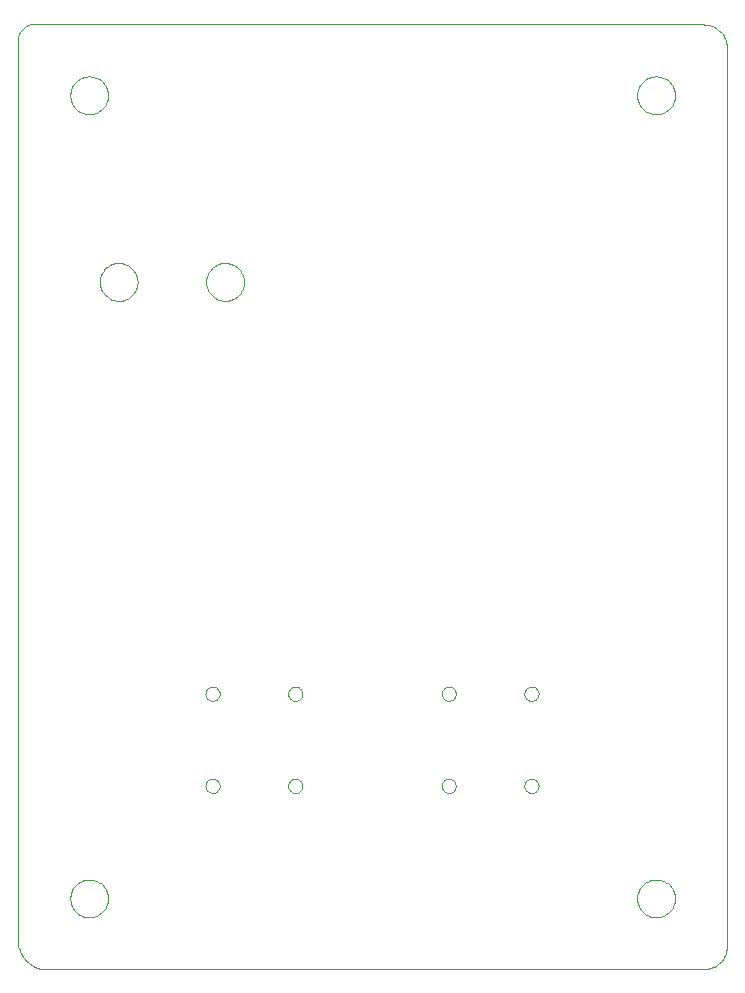
<source format=gbp>
G75*
G70*
%OFA0B0*%
%FSLAX24Y24*%
%IPPOS*%
%LPD*%
%AMOC8*
5,1,8,0,0,1.08239X$1,22.5*
%
%ADD10C,0.0000*%
D10*
X015719Y008027D02*
X015719Y037948D01*
X015736Y037993D01*
X015757Y038038D01*
X015781Y038080D01*
X015809Y038120D01*
X015839Y038159D01*
X015873Y038194D01*
X015909Y038227D01*
X015947Y038257D01*
X015988Y038284D01*
X016031Y038307D01*
X016075Y038327D01*
X016121Y038344D01*
X016168Y038357D01*
X016216Y038366D01*
X016265Y038371D01*
X016314Y038373D01*
X016363Y038371D01*
X016411Y038365D01*
X016459Y038355D01*
X016506Y038341D01*
X016506Y038342D02*
X038553Y038342D01*
X038553Y038341D02*
X038607Y038339D01*
X038660Y038334D01*
X038713Y038325D01*
X038765Y038312D01*
X038817Y038296D01*
X038867Y038276D01*
X038915Y038253D01*
X038962Y038226D01*
X039007Y038197D01*
X039050Y038164D01*
X039090Y038129D01*
X039128Y038091D01*
X039163Y038051D01*
X039196Y038008D01*
X039225Y037963D01*
X039252Y037916D01*
X039275Y037868D01*
X039295Y037818D01*
X039311Y037766D01*
X039324Y037714D01*
X039333Y037661D01*
X039338Y037608D01*
X039340Y037554D01*
X039341Y037554D02*
X039341Y007633D01*
X039340Y007633D02*
X039338Y007579D01*
X039333Y007526D01*
X039324Y007473D01*
X039311Y007421D01*
X039295Y007369D01*
X039275Y007319D01*
X039252Y007271D01*
X039225Y007224D01*
X039196Y007179D01*
X039163Y007136D01*
X039128Y007096D01*
X039090Y007058D01*
X039050Y007023D01*
X039007Y006990D01*
X038962Y006961D01*
X038915Y006934D01*
X038867Y006911D01*
X038817Y006891D01*
X038765Y006875D01*
X038713Y006862D01*
X038660Y006853D01*
X038607Y006848D01*
X038553Y006846D01*
X016506Y006846D01*
X016506Y006845D02*
X016447Y006859D01*
X016389Y006876D01*
X016332Y006897D01*
X016276Y006921D01*
X016222Y006949D01*
X016170Y006979D01*
X016119Y007013D01*
X016071Y007050D01*
X016025Y007089D01*
X015982Y007132D01*
X015941Y007176D01*
X015903Y007224D01*
X015868Y007273D01*
X015836Y007325D01*
X015807Y007378D01*
X015781Y007433D01*
X015759Y007489D01*
X015740Y007547D01*
X015724Y007606D01*
X015713Y007665D01*
X015704Y007725D01*
X015700Y007786D01*
X015699Y007846D01*
X015702Y007907D01*
X015708Y007967D01*
X015718Y008027D01*
X017451Y009208D02*
X017453Y009258D01*
X017459Y009308D01*
X017469Y009357D01*
X017483Y009405D01*
X017500Y009452D01*
X017521Y009497D01*
X017546Y009541D01*
X017574Y009582D01*
X017606Y009621D01*
X017640Y009658D01*
X017677Y009692D01*
X017717Y009722D01*
X017759Y009749D01*
X017803Y009773D01*
X017849Y009794D01*
X017896Y009810D01*
X017944Y009823D01*
X017994Y009832D01*
X018043Y009837D01*
X018094Y009838D01*
X018144Y009835D01*
X018193Y009828D01*
X018242Y009817D01*
X018290Y009802D01*
X018336Y009784D01*
X018381Y009762D01*
X018424Y009736D01*
X018465Y009707D01*
X018504Y009675D01*
X018540Y009640D01*
X018572Y009602D01*
X018602Y009562D01*
X018629Y009519D01*
X018652Y009475D01*
X018671Y009429D01*
X018687Y009381D01*
X018699Y009332D01*
X018707Y009283D01*
X018711Y009233D01*
X018711Y009183D01*
X018707Y009133D01*
X018699Y009084D01*
X018687Y009035D01*
X018671Y008987D01*
X018652Y008941D01*
X018629Y008897D01*
X018602Y008854D01*
X018572Y008814D01*
X018540Y008776D01*
X018504Y008741D01*
X018465Y008709D01*
X018424Y008680D01*
X018381Y008654D01*
X018336Y008632D01*
X018290Y008614D01*
X018242Y008599D01*
X018193Y008588D01*
X018144Y008581D01*
X018094Y008578D01*
X018043Y008579D01*
X017994Y008584D01*
X017944Y008593D01*
X017896Y008606D01*
X017849Y008622D01*
X017803Y008643D01*
X017759Y008667D01*
X017717Y008694D01*
X017677Y008724D01*
X017640Y008758D01*
X017606Y008795D01*
X017574Y008834D01*
X017546Y008875D01*
X017521Y008919D01*
X017500Y008964D01*
X017483Y009011D01*
X017469Y009059D01*
X017459Y009108D01*
X017453Y009158D01*
X017451Y009208D01*
X021957Y012960D02*
X021959Y012990D01*
X021965Y013020D01*
X021974Y013049D01*
X021987Y013076D01*
X022004Y013101D01*
X022023Y013124D01*
X022046Y013145D01*
X022071Y013162D01*
X022097Y013176D01*
X022126Y013186D01*
X022155Y013193D01*
X022185Y013196D01*
X022216Y013195D01*
X022246Y013190D01*
X022275Y013181D01*
X022302Y013169D01*
X022328Y013154D01*
X022352Y013135D01*
X022373Y013113D01*
X022391Y013089D01*
X022406Y013062D01*
X022417Y013034D01*
X022425Y013005D01*
X022429Y012975D01*
X022429Y012945D01*
X022425Y012915D01*
X022417Y012886D01*
X022406Y012858D01*
X022391Y012831D01*
X022373Y012807D01*
X022352Y012785D01*
X022328Y012766D01*
X022302Y012751D01*
X022275Y012739D01*
X022246Y012730D01*
X022216Y012725D01*
X022185Y012724D01*
X022155Y012727D01*
X022126Y012734D01*
X022097Y012744D01*
X022071Y012758D01*
X022046Y012775D01*
X022023Y012796D01*
X022004Y012819D01*
X021987Y012844D01*
X021974Y012871D01*
X021965Y012900D01*
X021959Y012930D01*
X021957Y012960D01*
X024713Y012960D02*
X024715Y012990D01*
X024721Y013020D01*
X024730Y013049D01*
X024743Y013076D01*
X024760Y013101D01*
X024779Y013124D01*
X024802Y013145D01*
X024827Y013162D01*
X024853Y013176D01*
X024882Y013186D01*
X024911Y013193D01*
X024941Y013196D01*
X024972Y013195D01*
X025002Y013190D01*
X025031Y013181D01*
X025058Y013169D01*
X025084Y013154D01*
X025108Y013135D01*
X025129Y013113D01*
X025147Y013089D01*
X025162Y013062D01*
X025173Y013034D01*
X025181Y013005D01*
X025185Y012975D01*
X025185Y012945D01*
X025181Y012915D01*
X025173Y012886D01*
X025162Y012858D01*
X025147Y012831D01*
X025129Y012807D01*
X025108Y012785D01*
X025084Y012766D01*
X025058Y012751D01*
X025031Y012739D01*
X025002Y012730D01*
X024972Y012725D01*
X024941Y012724D01*
X024911Y012727D01*
X024882Y012734D01*
X024853Y012744D01*
X024827Y012758D01*
X024802Y012775D01*
X024779Y012796D01*
X024760Y012819D01*
X024743Y012844D01*
X024730Y012871D01*
X024721Y012900D01*
X024715Y012930D01*
X024713Y012960D01*
X024713Y016031D02*
X024715Y016061D01*
X024721Y016091D01*
X024730Y016120D01*
X024743Y016147D01*
X024760Y016172D01*
X024779Y016195D01*
X024802Y016216D01*
X024827Y016233D01*
X024853Y016247D01*
X024882Y016257D01*
X024911Y016264D01*
X024941Y016267D01*
X024972Y016266D01*
X025002Y016261D01*
X025031Y016252D01*
X025058Y016240D01*
X025084Y016225D01*
X025108Y016206D01*
X025129Y016184D01*
X025147Y016160D01*
X025162Y016133D01*
X025173Y016105D01*
X025181Y016076D01*
X025185Y016046D01*
X025185Y016016D01*
X025181Y015986D01*
X025173Y015957D01*
X025162Y015929D01*
X025147Y015902D01*
X025129Y015878D01*
X025108Y015856D01*
X025084Y015837D01*
X025058Y015822D01*
X025031Y015810D01*
X025002Y015801D01*
X024972Y015796D01*
X024941Y015795D01*
X024911Y015798D01*
X024882Y015805D01*
X024853Y015815D01*
X024827Y015829D01*
X024802Y015846D01*
X024779Y015867D01*
X024760Y015890D01*
X024743Y015915D01*
X024730Y015942D01*
X024721Y015971D01*
X024715Y016001D01*
X024713Y016031D01*
X021957Y016031D02*
X021959Y016061D01*
X021965Y016091D01*
X021974Y016120D01*
X021987Y016147D01*
X022004Y016172D01*
X022023Y016195D01*
X022046Y016216D01*
X022071Y016233D01*
X022097Y016247D01*
X022126Y016257D01*
X022155Y016264D01*
X022185Y016267D01*
X022216Y016266D01*
X022246Y016261D01*
X022275Y016252D01*
X022302Y016240D01*
X022328Y016225D01*
X022352Y016206D01*
X022373Y016184D01*
X022391Y016160D01*
X022406Y016133D01*
X022417Y016105D01*
X022425Y016076D01*
X022429Y016046D01*
X022429Y016016D01*
X022425Y015986D01*
X022417Y015957D01*
X022406Y015929D01*
X022391Y015902D01*
X022373Y015878D01*
X022352Y015856D01*
X022328Y015837D01*
X022302Y015822D01*
X022275Y015810D01*
X022246Y015801D01*
X022216Y015796D01*
X022185Y015795D01*
X022155Y015798D01*
X022126Y015805D01*
X022097Y015815D01*
X022071Y015829D01*
X022046Y015846D01*
X022023Y015867D01*
X022004Y015890D01*
X021987Y015915D01*
X021974Y015942D01*
X021965Y015971D01*
X021959Y016001D01*
X021957Y016031D01*
X029831Y016031D02*
X029833Y016061D01*
X029839Y016091D01*
X029848Y016120D01*
X029861Y016147D01*
X029878Y016172D01*
X029897Y016195D01*
X029920Y016216D01*
X029945Y016233D01*
X029971Y016247D01*
X030000Y016257D01*
X030029Y016264D01*
X030059Y016267D01*
X030090Y016266D01*
X030120Y016261D01*
X030149Y016252D01*
X030176Y016240D01*
X030202Y016225D01*
X030226Y016206D01*
X030247Y016184D01*
X030265Y016160D01*
X030280Y016133D01*
X030291Y016105D01*
X030299Y016076D01*
X030303Y016046D01*
X030303Y016016D01*
X030299Y015986D01*
X030291Y015957D01*
X030280Y015929D01*
X030265Y015902D01*
X030247Y015878D01*
X030226Y015856D01*
X030202Y015837D01*
X030176Y015822D01*
X030149Y015810D01*
X030120Y015801D01*
X030090Y015796D01*
X030059Y015795D01*
X030029Y015798D01*
X030000Y015805D01*
X029971Y015815D01*
X029945Y015829D01*
X029920Y015846D01*
X029897Y015867D01*
X029878Y015890D01*
X029861Y015915D01*
X029848Y015942D01*
X029839Y015971D01*
X029833Y016001D01*
X029831Y016031D01*
X032587Y016031D02*
X032589Y016061D01*
X032595Y016091D01*
X032604Y016120D01*
X032617Y016147D01*
X032634Y016172D01*
X032653Y016195D01*
X032676Y016216D01*
X032701Y016233D01*
X032727Y016247D01*
X032756Y016257D01*
X032785Y016264D01*
X032815Y016267D01*
X032846Y016266D01*
X032876Y016261D01*
X032905Y016252D01*
X032932Y016240D01*
X032958Y016225D01*
X032982Y016206D01*
X033003Y016184D01*
X033021Y016160D01*
X033036Y016133D01*
X033047Y016105D01*
X033055Y016076D01*
X033059Y016046D01*
X033059Y016016D01*
X033055Y015986D01*
X033047Y015957D01*
X033036Y015929D01*
X033021Y015902D01*
X033003Y015878D01*
X032982Y015856D01*
X032958Y015837D01*
X032932Y015822D01*
X032905Y015810D01*
X032876Y015801D01*
X032846Y015796D01*
X032815Y015795D01*
X032785Y015798D01*
X032756Y015805D01*
X032727Y015815D01*
X032701Y015829D01*
X032676Y015846D01*
X032653Y015867D01*
X032634Y015890D01*
X032617Y015915D01*
X032604Y015942D01*
X032595Y015971D01*
X032589Y016001D01*
X032587Y016031D01*
X032587Y012960D02*
X032589Y012990D01*
X032595Y013020D01*
X032604Y013049D01*
X032617Y013076D01*
X032634Y013101D01*
X032653Y013124D01*
X032676Y013145D01*
X032701Y013162D01*
X032727Y013176D01*
X032756Y013186D01*
X032785Y013193D01*
X032815Y013196D01*
X032846Y013195D01*
X032876Y013190D01*
X032905Y013181D01*
X032932Y013169D01*
X032958Y013154D01*
X032982Y013135D01*
X033003Y013113D01*
X033021Y013089D01*
X033036Y013062D01*
X033047Y013034D01*
X033055Y013005D01*
X033059Y012975D01*
X033059Y012945D01*
X033055Y012915D01*
X033047Y012886D01*
X033036Y012858D01*
X033021Y012831D01*
X033003Y012807D01*
X032982Y012785D01*
X032958Y012766D01*
X032932Y012751D01*
X032905Y012739D01*
X032876Y012730D01*
X032846Y012725D01*
X032815Y012724D01*
X032785Y012727D01*
X032756Y012734D01*
X032727Y012744D01*
X032701Y012758D01*
X032676Y012775D01*
X032653Y012796D01*
X032634Y012819D01*
X032617Y012844D01*
X032604Y012871D01*
X032595Y012900D01*
X032589Y012930D01*
X032587Y012960D01*
X029831Y012960D02*
X029833Y012990D01*
X029839Y013020D01*
X029848Y013049D01*
X029861Y013076D01*
X029878Y013101D01*
X029897Y013124D01*
X029920Y013145D01*
X029945Y013162D01*
X029971Y013176D01*
X030000Y013186D01*
X030029Y013193D01*
X030059Y013196D01*
X030090Y013195D01*
X030120Y013190D01*
X030149Y013181D01*
X030176Y013169D01*
X030202Y013154D01*
X030226Y013135D01*
X030247Y013113D01*
X030265Y013089D01*
X030280Y013062D01*
X030291Y013034D01*
X030299Y013005D01*
X030303Y012975D01*
X030303Y012945D01*
X030299Y012915D01*
X030291Y012886D01*
X030280Y012858D01*
X030265Y012831D01*
X030247Y012807D01*
X030226Y012785D01*
X030202Y012766D01*
X030176Y012751D01*
X030149Y012739D01*
X030120Y012730D01*
X030090Y012725D01*
X030059Y012724D01*
X030029Y012727D01*
X030000Y012734D01*
X029971Y012744D01*
X029945Y012758D01*
X029920Y012775D01*
X029897Y012796D01*
X029878Y012819D01*
X029861Y012844D01*
X029848Y012871D01*
X029839Y012900D01*
X029833Y012930D01*
X029831Y012960D01*
X036349Y009208D02*
X036351Y009258D01*
X036357Y009308D01*
X036367Y009357D01*
X036381Y009405D01*
X036398Y009452D01*
X036419Y009497D01*
X036444Y009541D01*
X036472Y009582D01*
X036504Y009621D01*
X036538Y009658D01*
X036575Y009692D01*
X036615Y009722D01*
X036657Y009749D01*
X036701Y009773D01*
X036747Y009794D01*
X036794Y009810D01*
X036842Y009823D01*
X036892Y009832D01*
X036941Y009837D01*
X036992Y009838D01*
X037042Y009835D01*
X037091Y009828D01*
X037140Y009817D01*
X037188Y009802D01*
X037234Y009784D01*
X037279Y009762D01*
X037322Y009736D01*
X037363Y009707D01*
X037402Y009675D01*
X037438Y009640D01*
X037470Y009602D01*
X037500Y009562D01*
X037527Y009519D01*
X037550Y009475D01*
X037569Y009429D01*
X037585Y009381D01*
X037597Y009332D01*
X037605Y009283D01*
X037609Y009233D01*
X037609Y009183D01*
X037605Y009133D01*
X037597Y009084D01*
X037585Y009035D01*
X037569Y008987D01*
X037550Y008941D01*
X037527Y008897D01*
X037500Y008854D01*
X037470Y008814D01*
X037438Y008776D01*
X037402Y008741D01*
X037363Y008709D01*
X037322Y008680D01*
X037279Y008654D01*
X037234Y008632D01*
X037188Y008614D01*
X037140Y008599D01*
X037091Y008588D01*
X037042Y008581D01*
X036992Y008578D01*
X036941Y008579D01*
X036892Y008584D01*
X036842Y008593D01*
X036794Y008606D01*
X036747Y008622D01*
X036701Y008643D01*
X036657Y008667D01*
X036615Y008694D01*
X036575Y008724D01*
X036538Y008758D01*
X036504Y008795D01*
X036472Y008834D01*
X036444Y008875D01*
X036419Y008919D01*
X036398Y008964D01*
X036381Y009011D01*
X036367Y009059D01*
X036357Y009108D01*
X036351Y009158D01*
X036349Y009208D01*
X021979Y029759D02*
X021981Y029809D01*
X021987Y029859D01*
X021997Y029908D01*
X022011Y029956D01*
X022028Y030003D01*
X022049Y030048D01*
X022074Y030092D01*
X022102Y030133D01*
X022134Y030172D01*
X022168Y030209D01*
X022205Y030243D01*
X022245Y030273D01*
X022287Y030300D01*
X022331Y030324D01*
X022377Y030345D01*
X022424Y030361D01*
X022472Y030374D01*
X022522Y030383D01*
X022571Y030388D01*
X022622Y030389D01*
X022672Y030386D01*
X022721Y030379D01*
X022770Y030368D01*
X022818Y030353D01*
X022864Y030335D01*
X022909Y030313D01*
X022952Y030287D01*
X022993Y030258D01*
X023032Y030226D01*
X023068Y030191D01*
X023100Y030153D01*
X023130Y030113D01*
X023157Y030070D01*
X023180Y030026D01*
X023199Y029980D01*
X023215Y029932D01*
X023227Y029883D01*
X023235Y029834D01*
X023239Y029784D01*
X023239Y029734D01*
X023235Y029684D01*
X023227Y029635D01*
X023215Y029586D01*
X023199Y029538D01*
X023180Y029492D01*
X023157Y029448D01*
X023130Y029405D01*
X023100Y029365D01*
X023068Y029327D01*
X023032Y029292D01*
X022993Y029260D01*
X022952Y029231D01*
X022909Y029205D01*
X022864Y029183D01*
X022818Y029165D01*
X022770Y029150D01*
X022721Y029139D01*
X022672Y029132D01*
X022622Y029129D01*
X022571Y029130D01*
X022522Y029135D01*
X022472Y029144D01*
X022424Y029157D01*
X022377Y029173D01*
X022331Y029194D01*
X022287Y029218D01*
X022245Y029245D01*
X022205Y029275D01*
X022168Y029309D01*
X022134Y029346D01*
X022102Y029385D01*
X022074Y029426D01*
X022049Y029470D01*
X022028Y029515D01*
X022011Y029562D01*
X021997Y029610D01*
X021987Y029659D01*
X021981Y029709D01*
X021979Y029759D01*
X018435Y029759D02*
X018437Y029809D01*
X018443Y029859D01*
X018453Y029908D01*
X018467Y029956D01*
X018484Y030003D01*
X018505Y030048D01*
X018530Y030092D01*
X018558Y030133D01*
X018590Y030172D01*
X018624Y030209D01*
X018661Y030243D01*
X018701Y030273D01*
X018743Y030300D01*
X018787Y030324D01*
X018833Y030345D01*
X018880Y030361D01*
X018928Y030374D01*
X018978Y030383D01*
X019027Y030388D01*
X019078Y030389D01*
X019128Y030386D01*
X019177Y030379D01*
X019226Y030368D01*
X019274Y030353D01*
X019320Y030335D01*
X019365Y030313D01*
X019408Y030287D01*
X019449Y030258D01*
X019488Y030226D01*
X019524Y030191D01*
X019556Y030153D01*
X019586Y030113D01*
X019613Y030070D01*
X019636Y030026D01*
X019655Y029980D01*
X019671Y029932D01*
X019683Y029883D01*
X019691Y029834D01*
X019695Y029784D01*
X019695Y029734D01*
X019691Y029684D01*
X019683Y029635D01*
X019671Y029586D01*
X019655Y029538D01*
X019636Y029492D01*
X019613Y029448D01*
X019586Y029405D01*
X019556Y029365D01*
X019524Y029327D01*
X019488Y029292D01*
X019449Y029260D01*
X019408Y029231D01*
X019365Y029205D01*
X019320Y029183D01*
X019274Y029165D01*
X019226Y029150D01*
X019177Y029139D01*
X019128Y029132D01*
X019078Y029129D01*
X019027Y029130D01*
X018978Y029135D01*
X018928Y029144D01*
X018880Y029157D01*
X018833Y029173D01*
X018787Y029194D01*
X018743Y029218D01*
X018701Y029245D01*
X018661Y029275D01*
X018624Y029309D01*
X018590Y029346D01*
X018558Y029385D01*
X018530Y029426D01*
X018505Y029470D01*
X018484Y029515D01*
X018467Y029562D01*
X018453Y029610D01*
X018443Y029659D01*
X018437Y029709D01*
X018435Y029759D01*
X017451Y035979D02*
X017453Y036029D01*
X017459Y036079D01*
X017469Y036128D01*
X017483Y036176D01*
X017500Y036223D01*
X017521Y036268D01*
X017546Y036312D01*
X017574Y036353D01*
X017606Y036392D01*
X017640Y036429D01*
X017677Y036463D01*
X017717Y036493D01*
X017759Y036520D01*
X017803Y036544D01*
X017849Y036565D01*
X017896Y036581D01*
X017944Y036594D01*
X017994Y036603D01*
X018043Y036608D01*
X018094Y036609D01*
X018144Y036606D01*
X018193Y036599D01*
X018242Y036588D01*
X018290Y036573D01*
X018336Y036555D01*
X018381Y036533D01*
X018424Y036507D01*
X018465Y036478D01*
X018504Y036446D01*
X018540Y036411D01*
X018572Y036373D01*
X018602Y036333D01*
X018629Y036290D01*
X018652Y036246D01*
X018671Y036200D01*
X018687Y036152D01*
X018699Y036103D01*
X018707Y036054D01*
X018711Y036004D01*
X018711Y035954D01*
X018707Y035904D01*
X018699Y035855D01*
X018687Y035806D01*
X018671Y035758D01*
X018652Y035712D01*
X018629Y035668D01*
X018602Y035625D01*
X018572Y035585D01*
X018540Y035547D01*
X018504Y035512D01*
X018465Y035480D01*
X018424Y035451D01*
X018381Y035425D01*
X018336Y035403D01*
X018290Y035385D01*
X018242Y035370D01*
X018193Y035359D01*
X018144Y035352D01*
X018094Y035349D01*
X018043Y035350D01*
X017994Y035355D01*
X017944Y035364D01*
X017896Y035377D01*
X017849Y035393D01*
X017803Y035414D01*
X017759Y035438D01*
X017717Y035465D01*
X017677Y035495D01*
X017640Y035529D01*
X017606Y035566D01*
X017574Y035605D01*
X017546Y035646D01*
X017521Y035690D01*
X017500Y035735D01*
X017483Y035782D01*
X017469Y035830D01*
X017459Y035879D01*
X017453Y035929D01*
X017451Y035979D01*
X036349Y035979D02*
X036351Y036029D01*
X036357Y036079D01*
X036367Y036128D01*
X036381Y036176D01*
X036398Y036223D01*
X036419Y036268D01*
X036444Y036312D01*
X036472Y036353D01*
X036504Y036392D01*
X036538Y036429D01*
X036575Y036463D01*
X036615Y036493D01*
X036657Y036520D01*
X036701Y036544D01*
X036747Y036565D01*
X036794Y036581D01*
X036842Y036594D01*
X036892Y036603D01*
X036941Y036608D01*
X036992Y036609D01*
X037042Y036606D01*
X037091Y036599D01*
X037140Y036588D01*
X037188Y036573D01*
X037234Y036555D01*
X037279Y036533D01*
X037322Y036507D01*
X037363Y036478D01*
X037402Y036446D01*
X037438Y036411D01*
X037470Y036373D01*
X037500Y036333D01*
X037527Y036290D01*
X037550Y036246D01*
X037569Y036200D01*
X037585Y036152D01*
X037597Y036103D01*
X037605Y036054D01*
X037609Y036004D01*
X037609Y035954D01*
X037605Y035904D01*
X037597Y035855D01*
X037585Y035806D01*
X037569Y035758D01*
X037550Y035712D01*
X037527Y035668D01*
X037500Y035625D01*
X037470Y035585D01*
X037438Y035547D01*
X037402Y035512D01*
X037363Y035480D01*
X037322Y035451D01*
X037279Y035425D01*
X037234Y035403D01*
X037188Y035385D01*
X037140Y035370D01*
X037091Y035359D01*
X037042Y035352D01*
X036992Y035349D01*
X036941Y035350D01*
X036892Y035355D01*
X036842Y035364D01*
X036794Y035377D01*
X036747Y035393D01*
X036701Y035414D01*
X036657Y035438D01*
X036615Y035465D01*
X036575Y035495D01*
X036538Y035529D01*
X036504Y035566D01*
X036472Y035605D01*
X036444Y035646D01*
X036419Y035690D01*
X036398Y035735D01*
X036381Y035782D01*
X036367Y035830D01*
X036357Y035879D01*
X036351Y035929D01*
X036349Y035979D01*
M02*

</source>
